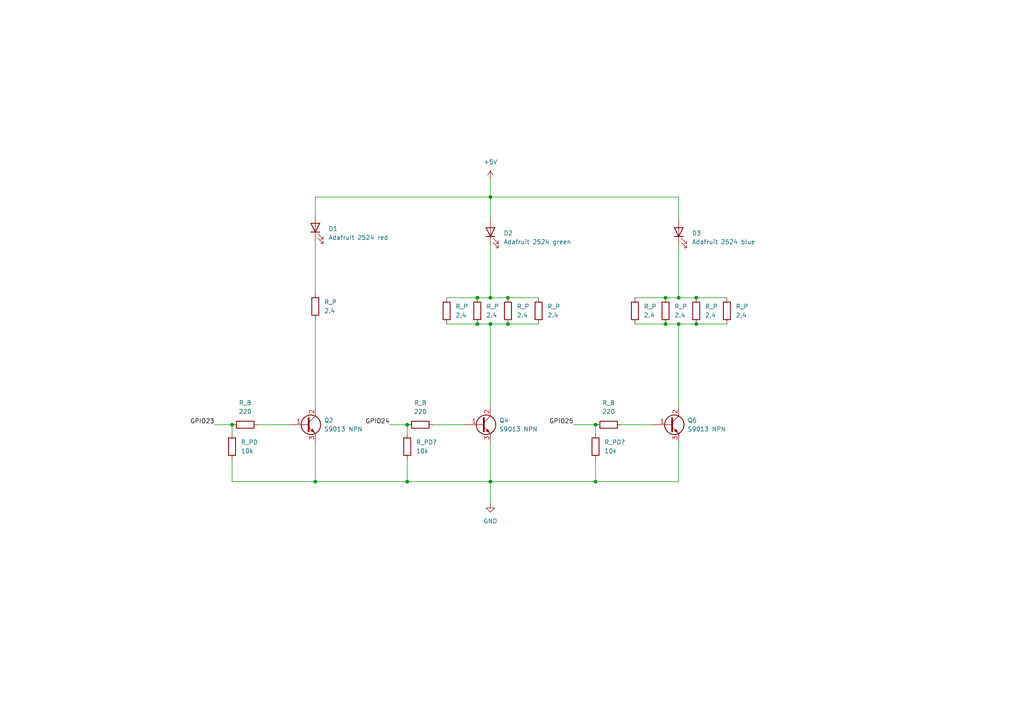
<source format=kicad_sch>
(kicad_sch (version 20211123) (generator eeschema)
  (paper "A4")
  (title_block (title "LED Driver for Wakeup Light") (date "2022-02-27") (rev "v1") (comment 1 "3W RGB LED"))
  (lib_symbols
    (symbol "Device:LED" (pin_numbers hide) (pin_names (offset 1.016) hide)
      (property "Reference" "D" (at 0 2.54 0))
      (property "Value" "LED" (at 0 -2.54 0))
      (symbol "LED_0_1"
        (polyline (pts (xy -1.27 -1.27) (xy -1.27 1.27)) (stroke (width 0.254)))
        (polyline (pts (xy -1.27 0) (xy 1.27 0)))
        (polyline (pts (xy 1.27 -1.27) (xy 1.27 1.27) (xy -1.27 0) (xy 1.27 -1.27)) (stroke (width 0.254)))
        (polyline (pts (xy -3.048 -0.762) (xy -4.572 -2.286) (xy -3.81 -2.286) (xy -4.572 -2.286) (xy -4.572 -1.524)))
        (polyline (pts (xy -1.778 -0.762) (xy -3.302 -2.286) (xy -2.54 -2.286) (xy -3.302 -2.286) (xy -3.302 -1.524)))
      )
      (symbol "LED_1_1"
        (pin passive line (at -3.81 0 0) (length 2.54) (name "K") (number "1"))
        (pin passive line (at 3.81 0 180) (length 2.54) (name "A") (number "2"))
      )
    )
    (symbol "Device:Q_NPN_BCE" (pin_names (offset 0) hide)
      (property "Reference" "Q" (at 5.08 1.27 0))
      (property "Value" "Q_NPN_BCE" (at 5.08 -1.27 0))
      (symbol "Q_NPN_BCE_0_1"
        (polyline (pts (xy 0.635 0.635) (xy 2.54 2.54)))
        (polyline (pts (xy 0.635 -0.635) (xy 2.54 -2.54) (xy 2.54 -2.54)))
        (polyline (pts (xy 0.635 1.905) (xy 0.635 -1.905) (xy 0.635 -1.905)) (stroke (width 0.508)))
        (polyline (pts (xy 1.27 -1.778) (xy 1.778 -1.27) (xy 2.286 -2.286) (xy 1.27 -1.778) (xy 1.27 -1.778)) (fill (type outline)))
        (circle (center 1.27 0) (radius 2.8194) (stroke (width 0.254)))
      )
      (symbol "Q_NPN_BCE_1_1"
        (pin input line (at -5.08 0 0) (length 5.715) (name "B") (number "1"))
        (pin passive line (at 2.54 5.08 270) (length 2.54) (name "C") (number "2"))
        (pin passive line (at 2.54 -5.08 90) (length 2.54) (name "E") (number "3"))
      )
    )
    (symbol "Device:R" (pin_numbers hide) (pin_names (offset 0))
      (property "Reference" "R" (at 2.032 0 90))
      (property "Value" "R" (at 0 0 90))
      (symbol "R_0_1"
        (rectangle (start -1.016 -2.54) (end 1.016 2.54) (stroke (width 0.254)))
      )
      (symbol "R_1_1"
        (pin passive line (at 0 3.81 270) (length 1.27) (name "~") (number "1"))
        (pin passive line (at 0 -3.81 90) (length 1.27) (name "~") (number "2"))
      )
    )
    (symbol "power:+5V" (power) (pin_names (offset 0))
      (property "Value" "+5V" (at 0 3.556 0))
      (symbol "+5V_0_1"
        (polyline (pts (xy -0.762 1.27) (xy 0 2.54)))
        (polyline (pts (xy 0 0) (xy 0 2.54)))
        (polyline (pts (xy 0 2.54) (xy 0.762 1.27)))
      )
      (symbol "+5V_1_1"
        (pin power_in line (at 0 0 90) (length 0) hide (name "+5V") (number "1"))
      )
    )
    (symbol "power:GND" (power) (pin_names (offset 0))
      (property "Value" "GND" (at 0 -3.81 0))
      (symbol "GND_0_1"
        (polyline (pts (xy 0 0) (xy 0 -1.27) (xy 1.27 -1.27) (xy 0 -2.54) (xy -1.27 -1.27) (xy 0 -1.27)))
      )
      (symbol "GND_1_1"
        (pin power_in line (at 0 0 270) (length 0) hide (name "GND") (number "1"))
      )
    )
  )
  (junction (at 193.04 93.98))
  (junction (at 172.72 123.19))
  (junction (at 193.04 86.36))
  (junction (at 147.32 93.98))
  (junction (at 172.72 139.7))
  (junction (at 142.24 57.15))
  (junction (at 196.85 93.98))
  (junction (at 138.43 93.98))
  (junction (at 201.93 86.36))
  (junction (at 201.93 93.98))
  (junction (at 147.32 86.36))
  (junction (at 142.24 93.98))
  (junction (at 138.43 86.36))
  (junction (at 196.85 86.36))
  (junction (at 91.44 139.7))
  (junction (at 142.24 86.36))
  (junction (at 67.31 123.19))
  (junction (at 118.11 123.19))
  (junction (at 142.24 139.7))
  (junction (at 118.11 139.7))
  (wire (pts (xy 142.24 93.98) (xy 147.32 93.98)))
  (wire (pts (xy 113.03 123.19) (xy 118.11 123.19)))
  (wire (pts (xy 138.43 86.36) (xy 142.24 86.36)))
  (wire (pts (xy 184.15 93.98) (xy 193.04 93.98)))
  (wire (pts (xy 142.24 86.36) (xy 147.32 86.36)))
  (wire (pts (xy 142.24 52.07) (xy 142.24 57.15)))
  (wire (pts (xy 196.85 57.15) (xy 196.85 63.5)))
  (wire (pts (xy 196.85 93.98) (xy 201.93 93.98)))
  (wire (pts (xy 142.24 128.27) (xy 142.24 139.7)))
  (wire (pts (xy 91.44 69.85) (xy 91.44 85.09)))
  (wire (pts (xy 172.72 139.7) (xy 196.85 139.7)))
  (wire (pts (xy 67.31 133.35) (xy 67.31 139.7)))
  (wire (pts (xy 196.85 128.27) (xy 196.85 139.7)))
  (wire (pts (xy 193.04 93.98) (xy 196.85 93.98)))
  (wire (pts (xy 147.32 86.36) (xy 156.21 86.36)))
  (wire (pts (xy 91.44 57.15) (xy 142.24 57.15)))
  (wire (pts (xy 74.93 123.19) (xy 83.82 123.19)))
  (wire (pts (xy 172.72 123.19) (xy 172.72 125.73)))
  (wire (pts (xy 91.44 139.7) (xy 118.11 139.7)))
  (wire (pts (xy 142.24 71.12) (xy 142.24 86.36)))
  (wire (pts (xy 184.15 86.36) (xy 193.04 86.36)))
  (wire (pts (xy 166.37 123.19) (xy 172.72 123.19)))
  (wire (pts (xy 201.93 93.98) (xy 210.82 93.98)))
  (wire (pts (xy 91.44 62.23) (xy 91.44 57.15)))
  (wire (pts (xy 193.04 86.36) (xy 196.85 86.36)))
  (wire (pts (xy 147.32 93.98) (xy 156.21 93.98)))
  (wire (pts (xy 129.54 86.36) (xy 138.43 86.36)))
  (wire (pts (xy 118.11 123.19) (xy 118.11 125.73)))
  (wire (pts (xy 91.44 92.71) (xy 91.44 118.11)))
  (wire (pts (xy 142.24 57.15) (xy 196.85 57.15)))
  (wire (pts (xy 142.24 93.98) (xy 142.24 118.11)))
  (wire (pts (xy 138.43 93.98) (xy 142.24 93.98)))
  (wire (pts (xy 91.44 128.27) (xy 91.44 139.7)))
  (wire (pts (xy 196.85 86.36) (xy 201.93 86.36)))
  (wire (pts (xy 172.72 133.35) (xy 172.72 139.7)))
  (wire (pts (xy 67.31 139.7) (xy 91.44 139.7)))
  (wire (pts (xy 125.73 123.19) (xy 134.62 123.19)))
  (wire (pts (xy 129.54 93.98) (xy 138.43 93.98)))
  (wire (pts (xy 201.93 86.36) (xy 210.82 86.36)))
  (wire (pts (xy 62.23 123.19) (xy 67.31 123.19)))
  (wire (pts (xy 180.34 123.19) (xy 189.23 123.19)))
  (wire (pts (xy 118.11 139.7) (xy 142.24 139.7)))
  (wire (pts (xy 142.24 139.7) (xy 172.72 139.7)))
  (wire (pts (xy 67.31 123.19) (xy 67.31 125.73)))
  (wire (pts (xy 196.85 93.98) (xy 196.85 118.11)))
  (wire (pts (xy 196.85 71.12) (xy 196.85 86.36)))
  (wire (pts (xy 142.24 139.7) (xy 142.24 146.05)))
  (wire (pts (xy 142.24 57.15) (xy 142.24 63.5)))
  (wire (pts (xy 118.11 133.35) (xy 118.11 139.7)))
  (label "GPIO24" (at 113.03 123.19 180))
  (label "GPIO23" (at 62.23 123.19 180))
  (label "GPIO25" (at 166.37 123.19 180))
  (symbol (lib_id "Device:R") (at 210.82 90.17 0) (unit 1)
    (property "Reference" "R_P" (at 213.36 88.8999 0) (effects (justify left)))
    (property "Value" "2.4" (at 213.36 91.4399 0) (effects (justify left)))
  )
  (symbol (lib_id "Device:R") (at 147.32 90.17 0) (unit 1)
    (property "Reference" "R_P" (at 149.86 88.8999 0) (effects (justify left)))
    (property "Value" "2.4" (at 149.86 91.4399 0) (effects (justify left)))
  )
  (symbol (lib_id "Device:R") (at 121.92 123.19 270) (unit 1)
    (property "Reference" "R_B" (at 121.92 116.84 90))
    (property "Value" "220" (at 121.92 119.38 90))
  )
  (symbol (lib_id "Device:R") (at 193.04 90.17 0) (unit 1)
    (property "Reference" "R_P" (at 195.58 88.8999 0) (effects (justify left)))
    (property "Value" "2.4" (at 195.58 91.4399 0) (effects (justify left)))
  )
  (symbol (lib_id "Device:R") (at 156.21 90.17 0) (unit 1)
    (property "Reference" "R_P" (at 158.75 88.8999 0) (effects (justify left)))
    (property "Value" "2.4" (at 158.75 91.4399 0) (effects (justify left)))
  )
  (symbol (lib_id "Device:R") (at 129.54 90.17 0) (unit 1)
    (property "Reference" "R_P" (at 132.08 88.8999 0) (effects (justify left)))
    (property "Value" "2.4" (at 132.08 91.4399 0) (effects (justify left)))
  )
  (symbol (lib_id "Device:R") (at 176.53 123.19 270) (unit 1)
    (property "Reference" "R_B" (at 176.53 116.84 90))
    (property "Value" "220" (at 176.53 119.38 90))
  )
  (symbol (lib_id "Device:Q_NPN_BCE") (at 88.9 123.19 0) (unit 1)
    (property "Reference" "Q2" (at 93.98 121.9199 0) (effects (justify left)))
    (property "Value" "S9013 NPN" (at 93.98 124.4599 0) (effects (justify left)))
  )
  (symbol (lib_id "Device:R") (at 71.12 123.19 270) (unit 1)
    (property "Reference" "R_B" (at 71.12 116.84 90))
    (property "Value" "220" (at 71.12 119.38 90))
  )
  (symbol (lib_id "Device:LED") (at 91.44 66.04 90) (unit 1)
    (property "Reference" "D1" (at 95.25 66.3574 90) (effects (justify right)))
    (property "Value" "Adafruit 2524 red" (at 95.25 68.8974 90) (effects (justify right)))
  )
  (symbol (lib_id "Device:R") (at 201.93 90.17 0) (unit 1)
    (property "Reference" "R_P" (at 204.47 88.8999 0) (effects (justify left)))
    (property "Value" "2.4" (at 204.47 91.4399 0) (effects (justify left)))
  )
  (symbol (lib_id "Device:Q_NPN_BCE") (at 194.31 123.19 0) (unit 1)
    (property "Reference" "Q6" (at 199.39 121.9199 0) (effects (justify left)))
    (property "Value" "S9013 NPN" (at 199.39 124.4599 0) (effects (justify left)))
  )
  (symbol (lib_id "Device:LED") (at 142.24 67.31 90) (unit 1)
    (property "Reference" "D2" (at 146.05 67.6274 90) (effects (justify right)))
    (property "Value" "Adafruit 2524 green" (at 146.05 70.1674 90) (effects (justify right)))
  )
  (symbol (lib_id "Device:R") (at 118.11 129.54 0) (unit 1)
    (property "Reference" "R_PD?" (at 120.65 128.2699 0) (effects (justify left)))
    (property "Value" "10k" (at 120.65 130.8099 0) (effects (justify left)))
  )
  (symbol (lib_id "Device:R") (at 91.44 88.9 0) (unit 1)
    (property "Reference" "R_P" (at 93.98 87.6299 0) (effects (justify left)))
    (property "Value" "2.4" (at 93.98 90.1699 0) (effects (justify left)))
  )
  (symbol (lib_id "Device:LED") (at 196.85 67.31 90) (unit 1)
    (property "Reference" "D3" (at 200.66 67.6274 90) (effects (justify right)))
    (property "Value" "Adafruit 2524 blue" (at 200.66 70.1674 90) (effects (justify right)))
  )
  (symbol (lib_id "Device:R") (at 184.15 90.17 0) (unit 1)
    (property "Reference" "R_P" (at 186.69 88.8999 0) (effects (justify left)))
    (property "Value" "2.4" (at 186.69 91.4399 0) (effects (justify left)))
  )
  (symbol (lib_id "Device:R") (at 138.43 90.17 0) (unit 1)
    (property "Reference" "R_P" (at 140.97 88.8999 0) (effects (justify left)))
    (property "Value" "2.4" (at 140.97 91.4399 0) (effects (justify left)))
  )
  (symbol (lib_id "Device:R") (at 67.31 129.54 0) (unit 1)
    (property "Reference" "R_PD" (at 69.85 128.2699 0) (effects (justify left)))
    (property "Value" "10k" (at 69.85 130.8099 0) (effects (justify left)))
  )
  (symbol (lib_id "Device:Q_NPN_BCE") (at 139.7 123.19 0) (unit 1)
    (property "Reference" "Q4" (at 144.78 121.9199 0) (effects (justify left)))
    (property "Value" "S9013 NPN" (at 144.78 124.4599 0) (effects (justify left)))
  )
  (symbol (lib_id "Device:R") (at 172.72 129.54 0) (unit 1)
    (property "Reference" "R_PD?" (at 175.26 128.2699 0) (effects (justify left)))
    (property "Value" "10k" (at 175.26 130.8099 0) (effects (justify left)))
  )
  (symbol (lib_id "power:+5V") (at 142.24 52.07 0) (unit 1)
    (property "Reference" "#PWR?" (effects hide))
    (property "Value" "+5V" (at 142.24 46.99 0))
  )
  (symbol (lib_id "power:GND") (at 142.24 146.05 0) (unit 1)
    (property "Reference" "#PWR?" (effects hide))
    (property "Value" "GND" (at 142.24 151.13 0))
  )
)
</source>
